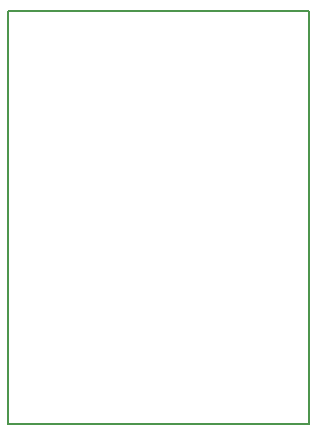
<source format=gbr>
G04 #@! TF.FileFunction,Profile,NP*
%FSLAX46Y46*%
G04 Gerber Fmt 4.6, Leading zero omitted, Abs format (unit mm)*
G04 Created by KiCad (PCBNEW 4.0.2-stable) date 2018-11-15 20:30:23*
%MOMM*%
G01*
G04 APERTURE LIST*
%ADD10C,0.100000*%
%ADD11C,0.150000*%
G04 APERTURE END LIST*
D10*
D11*
X102412800Y-83566000D02*
X127863600Y-83566000D01*
X102412800Y-72999600D02*
X102412800Y-83566000D01*
X102412800Y-54051200D02*
X102412800Y-72999600D01*
X102412800Y-48615600D02*
X102412800Y-54051200D01*
X127863600Y-48615600D02*
X102412800Y-48615600D01*
X127863600Y-83566000D02*
X127863600Y-48615600D01*
M02*

</source>
